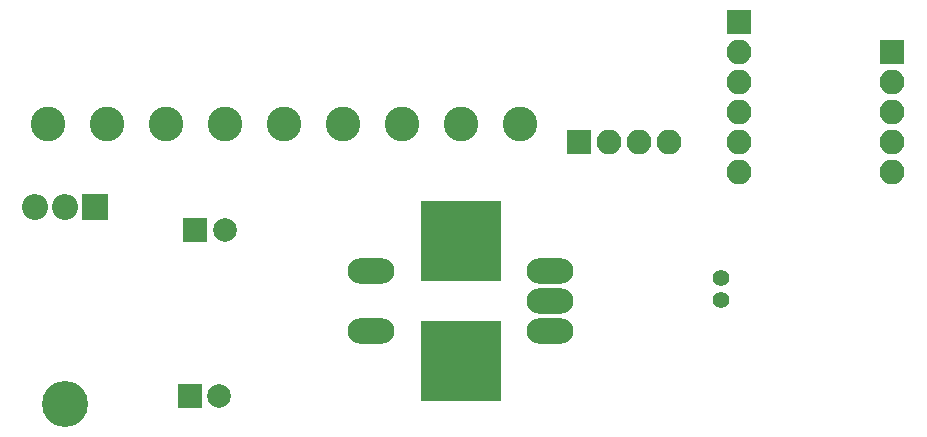
<source format=gbs>
G04 #@! TF.FileFunction,Soldermask,Bot*
%FSLAX46Y46*%
G04 Gerber Fmt 4.6, Leading zero omitted, Abs format (unit mm)*
G04 Created by KiCad (PCBNEW 4.0.7-e2-6376~58~ubuntu16.04.1) date Mon Nov  6 19:58:44 2017*
%MOMM*%
%LPD*%
G01*
G04 APERTURE LIST*
%ADD10C,0.100000*%
%ADD11R,6.851600X6.851600*%
%ADD12O,3.956000X2.178000*%
%ADD13R,2.000000X2.000000*%
%ADD14C,2.000000*%
%ADD15R,2.100000X2.100000*%
%ADD16O,2.100000X2.100000*%
%ADD17O,3.900000X3.900000*%
%ADD18R,2.200000X2.200000*%
%ADD19O,2.200000X2.200000*%
%ADD20C,1.400000*%
%ADD21C,2.940000*%
G04 APERTURE END LIST*
D10*
D11*
X119000000Y-94080000D03*
X119000000Y-83920000D03*
D12*
X126493000Y-91540000D03*
X126493000Y-89000000D03*
X126493000Y-86460000D03*
X111380000Y-91540000D03*
X111380000Y-86460000D03*
D13*
X96500000Y-83000000D03*
D14*
X99000000Y-83000000D03*
D13*
X96000000Y-97000000D03*
D14*
X98500000Y-97000000D03*
D15*
X155500000Y-67880000D03*
D16*
X155500000Y-70420000D03*
X155500000Y-72960000D03*
X155500000Y-75500000D03*
X155500000Y-78040000D03*
D17*
X85460000Y-97660000D03*
D18*
X88000000Y-81000000D03*
D19*
X85460000Y-81000000D03*
X82920000Y-81000000D03*
D20*
X141000000Y-87000000D03*
X141000000Y-88900000D03*
D15*
X129000000Y-75500000D03*
D16*
X131540000Y-75500000D03*
X134080000Y-75500000D03*
X136620000Y-75500000D03*
D15*
X142500000Y-65380000D03*
D16*
X142500000Y-67920000D03*
X142500000Y-70460000D03*
X142500000Y-73000000D03*
X142500000Y-75540000D03*
X142500000Y-78080000D03*
D21*
X89000000Y-74000000D03*
X84001280Y-74000000D03*
X114000000Y-74000000D03*
X109001280Y-74000000D03*
X124000000Y-74000000D03*
X119001280Y-74000000D03*
X104000000Y-74000000D03*
X99001280Y-74000000D03*
X94000020Y-74000000D03*
M02*

</source>
